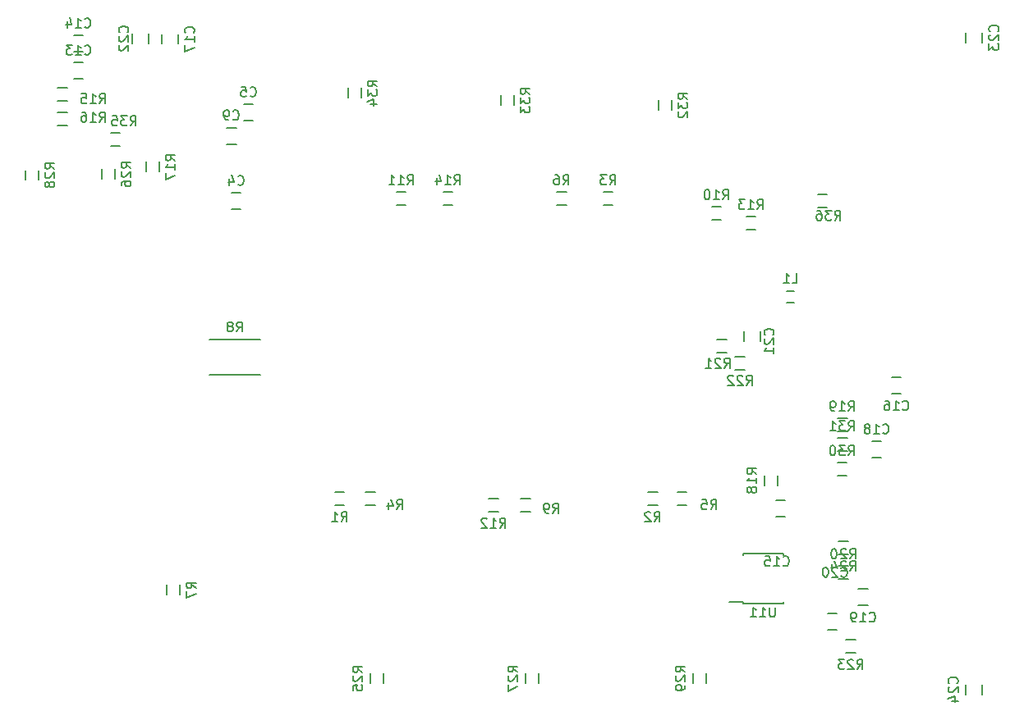
<source format=gbo>
G04 #@! TF.FileFunction,Legend,Bot*
%FSLAX46Y46*%
G04 Gerber Fmt 4.6, Leading zero omitted, Abs format (unit mm)*
G04 Created by KiCad (PCBNEW 4.0.1-stable) date 11/13/2016 6:28:18 PM*
%MOMM*%
G01*
G04 APERTURE LIST*
%ADD10C,0.100000*%
%ADD11C,0.150000*%
G04 APERTURE END LIST*
D10*
D11*
X135759000Y-113832000D02*
X136759000Y-113832000D01*
X136759000Y-112482000D02*
X135759000Y-112482000D01*
X139327000Y-110275000D02*
X140327000Y-110275000D01*
X140327000Y-111975000D02*
X139327000Y-111975000D01*
X131287000Y-94777000D02*
X130587000Y-94777000D01*
X130587000Y-95977000D02*
X131287000Y-95977000D01*
X142359000Y-105371000D02*
X141359000Y-105371000D01*
X141359000Y-103671000D02*
X142359000Y-103671000D01*
X134755000Y-128055000D02*
X135755000Y-128055000D01*
X135755000Y-129755000D02*
X134755000Y-129755000D01*
X137660000Y-130770000D02*
X136660000Y-130770000D01*
X136660000Y-132120000D02*
X137660000Y-132120000D01*
X138930000Y-127215000D02*
X137930000Y-127215000D01*
X137930000Y-125515000D02*
X138930000Y-125515000D01*
X149010000Y-136390000D02*
X149010000Y-135390000D01*
X150710000Y-135390000D02*
X150710000Y-136390000D01*
X84955000Y-115530000D02*
X83955000Y-115530000D01*
X83955000Y-116880000D02*
X84955000Y-116880000D01*
X124337000Y-99782000D02*
X123337000Y-99782000D01*
X123337000Y-101132000D02*
X124337000Y-101132000D01*
X126230000Y-101560000D02*
X125230000Y-101560000D01*
X125230000Y-102910000D02*
X126230000Y-102910000D01*
X126035000Y-127035000D02*
X126035000Y-126890000D01*
X130185000Y-127035000D02*
X130185000Y-126890000D01*
X130185000Y-121885000D02*
X130185000Y-122030000D01*
X126035000Y-121885000D02*
X126035000Y-122030000D01*
X126035000Y-127035000D02*
X130185000Y-127035000D01*
X126035000Y-121885000D02*
X130185000Y-121885000D01*
X126035000Y-126890000D02*
X124635000Y-126890000D01*
X129580000Y-114800000D02*
X129580000Y-113800000D01*
X128230000Y-113800000D02*
X128230000Y-114800000D01*
X126150000Y-99925000D02*
X126150000Y-98925000D01*
X127850000Y-98925000D02*
X127850000Y-99925000D01*
X85304000Y-73783000D02*
X85304000Y-74783000D01*
X86654000Y-74783000D02*
X86654000Y-73783000D01*
X73287000Y-84621000D02*
X74287000Y-84621000D01*
X74287000Y-86321000D02*
X73287000Y-86321000D01*
X74557000Y-75477000D02*
X75557000Y-75477000D01*
X75557000Y-77177000D02*
X74557000Y-77177000D01*
X72795000Y-77890000D02*
X73795000Y-77890000D01*
X73795000Y-79590000D02*
X72795000Y-79590000D01*
X57031000Y-71159000D02*
X58031000Y-71159000D01*
X58031000Y-72859000D02*
X57031000Y-72859000D01*
X57031000Y-68365000D02*
X58031000Y-68365000D01*
X58031000Y-70065000D02*
X57031000Y-70065000D01*
X130421000Y-118071000D02*
X129421000Y-118071000D01*
X129421000Y-116371000D02*
X130421000Y-116371000D01*
X67779000Y-68223000D02*
X67779000Y-69223000D01*
X66079000Y-69223000D02*
X66079000Y-68223000D01*
X64731000Y-68191000D02*
X64731000Y-69191000D01*
X63031000Y-69191000D02*
X63031000Y-68191000D01*
X117225000Y-115530000D02*
X116225000Y-115530000D01*
X116225000Y-116880000D02*
X117225000Y-116880000D01*
X111641000Y-85892000D02*
X112641000Y-85892000D01*
X112641000Y-84542000D02*
X111641000Y-84542000D01*
X88130000Y-115530000D02*
X87130000Y-115530000D01*
X87130000Y-116880000D02*
X88130000Y-116880000D01*
X120261000Y-115530000D02*
X119261000Y-115530000D01*
X119261000Y-116880000D02*
X120261000Y-116880000D01*
X106827000Y-85892000D02*
X107827000Y-85892000D01*
X107827000Y-84542000D02*
X106827000Y-84542000D01*
X66635000Y-125115000D02*
X66635000Y-126115000D01*
X67985000Y-126115000D02*
X67985000Y-125115000D01*
X71060000Y-103425000D02*
X76260000Y-103425000D01*
X76260000Y-99775000D02*
X71060000Y-99775000D01*
X104120000Y-116165000D02*
X103120000Y-116165000D01*
X103120000Y-117515000D02*
X104120000Y-117515000D01*
X122817000Y-87416000D02*
X123817000Y-87416000D01*
X123817000Y-86066000D02*
X122817000Y-86066000D01*
X90293000Y-85892000D02*
X91293000Y-85892000D01*
X91293000Y-84542000D02*
X90293000Y-84542000D01*
X100830000Y-116165000D02*
X99830000Y-116165000D01*
X99830000Y-117515000D02*
X100830000Y-117515000D01*
X126361000Y-88432000D02*
X127361000Y-88432000D01*
X127361000Y-87082000D02*
X126361000Y-87082000D01*
X95131000Y-85892000D02*
X96131000Y-85892000D01*
X96131000Y-84542000D02*
X95131000Y-84542000D01*
X55380000Y-75097000D02*
X56380000Y-75097000D01*
X56380000Y-73747000D02*
X55380000Y-73747000D01*
X55380000Y-77637000D02*
X56380000Y-77637000D01*
X56380000Y-76287000D02*
X55380000Y-76287000D01*
X64476000Y-81427000D02*
X64476000Y-82427000D01*
X65826000Y-82427000D02*
X65826000Y-81427000D01*
X135783000Y-109260000D02*
X136783000Y-109260000D01*
X136783000Y-107910000D02*
X135783000Y-107910000D01*
X135910000Y-124500000D02*
X136910000Y-124500000D01*
X136910000Y-123150000D02*
X135910000Y-123150000D01*
X136910000Y-120610000D02*
X135910000Y-120610000D01*
X135910000Y-121960000D02*
X136910000Y-121960000D01*
X88940000Y-135247000D02*
X88940000Y-134247000D01*
X87590000Y-134247000D02*
X87590000Y-135247000D01*
X59904000Y-82189000D02*
X59904000Y-83189000D01*
X61254000Y-83189000D02*
X61254000Y-82189000D01*
X104942000Y-135235000D02*
X104942000Y-134235000D01*
X103592000Y-134235000D02*
X103592000Y-135235000D01*
X52030000Y-82292000D02*
X52030000Y-83292000D01*
X53380000Y-83292000D02*
X53380000Y-82292000D01*
X122214000Y-135235000D02*
X122214000Y-134235000D01*
X120864000Y-134235000D02*
X120864000Y-135235000D01*
X135783000Y-111304000D02*
X136783000Y-111304000D01*
X136783000Y-109954000D02*
X135783000Y-109954000D01*
X117308000Y-75065000D02*
X117308000Y-76065000D01*
X118658000Y-76065000D02*
X118658000Y-75065000D01*
X101052000Y-74557000D02*
X101052000Y-75557000D01*
X102402000Y-75557000D02*
X102402000Y-74557000D01*
X60841000Y-79796000D02*
X61841000Y-79796000D01*
X61841000Y-78446000D02*
X60841000Y-78446000D01*
X134727000Y-84796000D02*
X133727000Y-84796000D01*
X133727000Y-86146000D02*
X134727000Y-86146000D01*
X150710000Y-68080000D02*
X150710000Y-69080000D01*
X149010000Y-69080000D02*
X149010000Y-68080000D01*
X136901857Y-111709381D02*
X137235191Y-111233190D01*
X137473286Y-111709381D02*
X137473286Y-110709381D01*
X137092333Y-110709381D01*
X136997095Y-110757000D01*
X136949476Y-110804619D01*
X136901857Y-110899857D01*
X136901857Y-111042714D01*
X136949476Y-111137952D01*
X136997095Y-111185571D01*
X137092333Y-111233190D01*
X137473286Y-111233190D01*
X136568524Y-110709381D02*
X135949476Y-110709381D01*
X136282810Y-111090333D01*
X136139952Y-111090333D01*
X136044714Y-111137952D01*
X135997095Y-111185571D01*
X135949476Y-111280810D01*
X135949476Y-111518905D01*
X135997095Y-111614143D01*
X136044714Y-111661762D01*
X136139952Y-111709381D01*
X136425667Y-111709381D01*
X136520905Y-111661762D01*
X136568524Y-111614143D01*
X135330429Y-110709381D02*
X135235190Y-110709381D01*
X135139952Y-110757000D01*
X135092333Y-110804619D01*
X135044714Y-110899857D01*
X134997095Y-111090333D01*
X134997095Y-111328429D01*
X135044714Y-111518905D01*
X135092333Y-111614143D01*
X135139952Y-111661762D01*
X135235190Y-111709381D01*
X135330429Y-111709381D01*
X135425667Y-111661762D01*
X135473286Y-111614143D01*
X135520905Y-111518905D01*
X135568524Y-111328429D01*
X135568524Y-111090333D01*
X135520905Y-110899857D01*
X135473286Y-110804619D01*
X135425667Y-110757000D01*
X135330429Y-110709381D01*
X140469857Y-109382143D02*
X140517476Y-109429762D01*
X140660333Y-109477381D01*
X140755571Y-109477381D01*
X140898429Y-109429762D01*
X140993667Y-109334524D01*
X141041286Y-109239286D01*
X141088905Y-109048810D01*
X141088905Y-108905952D01*
X141041286Y-108715476D01*
X140993667Y-108620238D01*
X140898429Y-108525000D01*
X140755571Y-108477381D01*
X140660333Y-108477381D01*
X140517476Y-108525000D01*
X140469857Y-108572619D01*
X139517476Y-109477381D02*
X140088905Y-109477381D01*
X139803191Y-109477381D02*
X139803191Y-108477381D01*
X139898429Y-108620238D01*
X139993667Y-108715476D01*
X140088905Y-108763095D01*
X138946048Y-108905952D02*
X139041286Y-108858333D01*
X139088905Y-108810714D01*
X139136524Y-108715476D01*
X139136524Y-108667857D01*
X139088905Y-108572619D01*
X139041286Y-108525000D01*
X138946048Y-108477381D01*
X138755571Y-108477381D01*
X138660333Y-108525000D01*
X138612714Y-108572619D01*
X138565095Y-108667857D01*
X138565095Y-108715476D01*
X138612714Y-108810714D01*
X138660333Y-108858333D01*
X138755571Y-108905952D01*
X138946048Y-108905952D01*
X139041286Y-108953571D01*
X139088905Y-109001190D01*
X139136524Y-109096429D01*
X139136524Y-109286905D01*
X139088905Y-109382143D01*
X139041286Y-109429762D01*
X138946048Y-109477381D01*
X138755571Y-109477381D01*
X138660333Y-109429762D01*
X138612714Y-109382143D01*
X138565095Y-109286905D01*
X138565095Y-109096429D01*
X138612714Y-109001190D01*
X138660333Y-108953571D01*
X138755571Y-108905952D01*
X131103666Y-93929381D02*
X131579857Y-93929381D01*
X131579857Y-92929381D01*
X130246523Y-93929381D02*
X130817952Y-93929381D01*
X130532238Y-93929381D02*
X130532238Y-92929381D01*
X130627476Y-93072238D01*
X130722714Y-93167476D01*
X130817952Y-93215095D01*
X142501857Y-106978143D02*
X142549476Y-107025762D01*
X142692333Y-107073381D01*
X142787571Y-107073381D01*
X142930429Y-107025762D01*
X143025667Y-106930524D01*
X143073286Y-106835286D01*
X143120905Y-106644810D01*
X143120905Y-106501952D01*
X143073286Y-106311476D01*
X143025667Y-106216238D01*
X142930429Y-106121000D01*
X142787571Y-106073381D01*
X142692333Y-106073381D01*
X142549476Y-106121000D01*
X142501857Y-106168619D01*
X141549476Y-107073381D02*
X142120905Y-107073381D01*
X141835191Y-107073381D02*
X141835191Y-106073381D01*
X141930429Y-106216238D01*
X142025667Y-106311476D01*
X142120905Y-106359095D01*
X140692333Y-106073381D02*
X140882810Y-106073381D01*
X140978048Y-106121000D01*
X141025667Y-106168619D01*
X141120905Y-106311476D01*
X141168524Y-106501952D01*
X141168524Y-106882905D01*
X141120905Y-106978143D01*
X141073286Y-107025762D01*
X140978048Y-107073381D01*
X140787571Y-107073381D01*
X140692333Y-107025762D01*
X140644714Y-106978143D01*
X140597095Y-106882905D01*
X140597095Y-106644810D01*
X140644714Y-106549571D01*
X140692333Y-106501952D01*
X140787571Y-106454333D01*
X140978048Y-106454333D01*
X141073286Y-106501952D01*
X141120905Y-106549571D01*
X141168524Y-106644810D01*
X136167857Y-124182143D02*
X136215476Y-124229762D01*
X136358333Y-124277381D01*
X136453571Y-124277381D01*
X136596429Y-124229762D01*
X136691667Y-124134524D01*
X136739286Y-124039286D01*
X136786905Y-123848810D01*
X136786905Y-123705952D01*
X136739286Y-123515476D01*
X136691667Y-123420238D01*
X136596429Y-123325000D01*
X136453571Y-123277381D01*
X136358333Y-123277381D01*
X136215476Y-123325000D01*
X136167857Y-123372619D01*
X135786905Y-123372619D02*
X135739286Y-123325000D01*
X135644048Y-123277381D01*
X135405952Y-123277381D01*
X135310714Y-123325000D01*
X135263095Y-123372619D01*
X135215476Y-123467857D01*
X135215476Y-123563095D01*
X135263095Y-123705952D01*
X135834524Y-124277381D01*
X135215476Y-124277381D01*
X134596429Y-123277381D02*
X134501190Y-123277381D01*
X134405952Y-123325000D01*
X134358333Y-123372619D01*
X134310714Y-123467857D01*
X134263095Y-123658333D01*
X134263095Y-123896429D01*
X134310714Y-124086905D01*
X134358333Y-124182143D01*
X134405952Y-124229762D01*
X134501190Y-124277381D01*
X134596429Y-124277381D01*
X134691667Y-124229762D01*
X134739286Y-124182143D01*
X134786905Y-124086905D01*
X134834524Y-123896429D01*
X134834524Y-123658333D01*
X134786905Y-123467857D01*
X134739286Y-123372619D01*
X134691667Y-123325000D01*
X134596429Y-123277381D01*
X137802857Y-133797381D02*
X138136191Y-133321190D01*
X138374286Y-133797381D02*
X138374286Y-132797381D01*
X137993333Y-132797381D01*
X137898095Y-132845000D01*
X137850476Y-132892619D01*
X137802857Y-132987857D01*
X137802857Y-133130714D01*
X137850476Y-133225952D01*
X137898095Y-133273571D01*
X137993333Y-133321190D01*
X138374286Y-133321190D01*
X137421905Y-132892619D02*
X137374286Y-132845000D01*
X137279048Y-132797381D01*
X137040952Y-132797381D01*
X136945714Y-132845000D01*
X136898095Y-132892619D01*
X136850476Y-132987857D01*
X136850476Y-133083095D01*
X136898095Y-133225952D01*
X137469524Y-133797381D01*
X136850476Y-133797381D01*
X136517143Y-132797381D02*
X135898095Y-132797381D01*
X136231429Y-133178333D01*
X136088571Y-133178333D01*
X135993333Y-133225952D01*
X135945714Y-133273571D01*
X135898095Y-133368810D01*
X135898095Y-133606905D01*
X135945714Y-133702143D01*
X135993333Y-133749762D01*
X136088571Y-133797381D01*
X136374286Y-133797381D01*
X136469524Y-133749762D01*
X136517143Y-133702143D01*
X139072857Y-128822143D02*
X139120476Y-128869762D01*
X139263333Y-128917381D01*
X139358571Y-128917381D01*
X139501429Y-128869762D01*
X139596667Y-128774524D01*
X139644286Y-128679286D01*
X139691905Y-128488810D01*
X139691905Y-128345952D01*
X139644286Y-128155476D01*
X139596667Y-128060238D01*
X139501429Y-127965000D01*
X139358571Y-127917381D01*
X139263333Y-127917381D01*
X139120476Y-127965000D01*
X139072857Y-128012619D01*
X138120476Y-128917381D02*
X138691905Y-128917381D01*
X138406191Y-128917381D02*
X138406191Y-127917381D01*
X138501429Y-128060238D01*
X138596667Y-128155476D01*
X138691905Y-128203095D01*
X137644286Y-128917381D02*
X137453810Y-128917381D01*
X137358571Y-128869762D01*
X137310952Y-128822143D01*
X137215714Y-128679286D01*
X137168095Y-128488810D01*
X137168095Y-128107857D01*
X137215714Y-128012619D01*
X137263333Y-127965000D01*
X137358571Y-127917381D01*
X137549048Y-127917381D01*
X137644286Y-127965000D01*
X137691905Y-128012619D01*
X137739524Y-128107857D01*
X137739524Y-128345952D01*
X137691905Y-128441190D01*
X137644286Y-128488810D01*
X137549048Y-128536429D01*
X137358571Y-128536429D01*
X137263333Y-128488810D01*
X137215714Y-128441190D01*
X137168095Y-128345952D01*
X148117143Y-135247143D02*
X148164762Y-135199524D01*
X148212381Y-135056667D01*
X148212381Y-134961429D01*
X148164762Y-134818571D01*
X148069524Y-134723333D01*
X147974286Y-134675714D01*
X147783810Y-134628095D01*
X147640952Y-134628095D01*
X147450476Y-134675714D01*
X147355238Y-134723333D01*
X147260000Y-134818571D01*
X147212381Y-134961429D01*
X147212381Y-135056667D01*
X147260000Y-135199524D01*
X147307619Y-135247143D01*
X147307619Y-135628095D02*
X147260000Y-135675714D01*
X147212381Y-135770952D01*
X147212381Y-136009048D01*
X147260000Y-136104286D01*
X147307619Y-136151905D01*
X147402857Y-136199524D01*
X147498095Y-136199524D01*
X147640952Y-136151905D01*
X148212381Y-135580476D01*
X148212381Y-136199524D01*
X147545714Y-137056667D02*
X148212381Y-137056667D01*
X147164762Y-136818571D02*
X147879048Y-136580476D01*
X147879048Y-137199524D01*
X84621666Y-118557381D02*
X84955000Y-118081190D01*
X85193095Y-118557381D02*
X85193095Y-117557381D01*
X84812142Y-117557381D01*
X84716904Y-117605000D01*
X84669285Y-117652619D01*
X84621666Y-117747857D01*
X84621666Y-117890714D01*
X84669285Y-117985952D01*
X84716904Y-118033571D01*
X84812142Y-118081190D01*
X85193095Y-118081190D01*
X83669285Y-118557381D02*
X84240714Y-118557381D01*
X83955000Y-118557381D02*
X83955000Y-117557381D01*
X84050238Y-117700238D01*
X84145476Y-117795476D01*
X84240714Y-117843095D01*
X124110857Y-102687381D02*
X124444191Y-102211190D01*
X124682286Y-102687381D02*
X124682286Y-101687381D01*
X124301333Y-101687381D01*
X124206095Y-101735000D01*
X124158476Y-101782619D01*
X124110857Y-101877857D01*
X124110857Y-102020714D01*
X124158476Y-102115952D01*
X124206095Y-102163571D01*
X124301333Y-102211190D01*
X124682286Y-102211190D01*
X123729905Y-101782619D02*
X123682286Y-101735000D01*
X123587048Y-101687381D01*
X123348952Y-101687381D01*
X123253714Y-101735000D01*
X123206095Y-101782619D01*
X123158476Y-101877857D01*
X123158476Y-101973095D01*
X123206095Y-102115952D01*
X123777524Y-102687381D01*
X123158476Y-102687381D01*
X122206095Y-102687381D02*
X122777524Y-102687381D01*
X122491810Y-102687381D02*
X122491810Y-101687381D01*
X122587048Y-101830238D01*
X122682286Y-101925476D01*
X122777524Y-101973095D01*
X126384857Y-104465381D02*
X126718191Y-103989190D01*
X126956286Y-104465381D02*
X126956286Y-103465381D01*
X126575333Y-103465381D01*
X126480095Y-103513000D01*
X126432476Y-103560619D01*
X126384857Y-103655857D01*
X126384857Y-103798714D01*
X126432476Y-103893952D01*
X126480095Y-103941571D01*
X126575333Y-103989190D01*
X126956286Y-103989190D01*
X126003905Y-103560619D02*
X125956286Y-103513000D01*
X125861048Y-103465381D01*
X125622952Y-103465381D01*
X125527714Y-103513000D01*
X125480095Y-103560619D01*
X125432476Y-103655857D01*
X125432476Y-103751095D01*
X125480095Y-103893952D01*
X126051524Y-104465381D01*
X125432476Y-104465381D01*
X125051524Y-103560619D02*
X125003905Y-103513000D01*
X124908667Y-103465381D01*
X124670571Y-103465381D01*
X124575333Y-103513000D01*
X124527714Y-103560619D01*
X124480095Y-103655857D01*
X124480095Y-103751095D01*
X124527714Y-103893952D01*
X125099143Y-104465381D01*
X124480095Y-104465381D01*
X129348095Y-127412381D02*
X129348095Y-128221905D01*
X129300476Y-128317143D01*
X129252857Y-128364762D01*
X129157619Y-128412381D01*
X128967142Y-128412381D01*
X128871904Y-128364762D01*
X128824285Y-128317143D01*
X128776666Y-128221905D01*
X128776666Y-127412381D01*
X127776666Y-128412381D02*
X128348095Y-128412381D01*
X128062381Y-128412381D02*
X128062381Y-127412381D01*
X128157619Y-127555238D01*
X128252857Y-127650476D01*
X128348095Y-127698095D01*
X126824285Y-128412381D02*
X127395714Y-128412381D01*
X127110000Y-128412381D02*
X127110000Y-127412381D01*
X127205238Y-127555238D01*
X127300476Y-127650476D01*
X127395714Y-127698095D01*
X127457381Y-113657143D02*
X126981190Y-113323809D01*
X127457381Y-113085714D02*
X126457381Y-113085714D01*
X126457381Y-113466667D01*
X126505000Y-113561905D01*
X126552619Y-113609524D01*
X126647857Y-113657143D01*
X126790714Y-113657143D01*
X126885952Y-113609524D01*
X126933571Y-113561905D01*
X126981190Y-113466667D01*
X126981190Y-113085714D01*
X127457381Y-114609524D02*
X127457381Y-114038095D01*
X127457381Y-114323809D02*
X126457381Y-114323809D01*
X126600238Y-114228571D01*
X126695476Y-114133333D01*
X126743095Y-114038095D01*
X126885952Y-115180952D02*
X126838333Y-115085714D01*
X126790714Y-115038095D01*
X126695476Y-114990476D01*
X126647857Y-114990476D01*
X126552619Y-115038095D01*
X126505000Y-115085714D01*
X126457381Y-115180952D01*
X126457381Y-115371429D01*
X126505000Y-115466667D01*
X126552619Y-115514286D01*
X126647857Y-115561905D01*
X126695476Y-115561905D01*
X126790714Y-115514286D01*
X126838333Y-115466667D01*
X126885952Y-115371429D01*
X126885952Y-115180952D01*
X126933571Y-115085714D01*
X126981190Y-115038095D01*
X127076429Y-114990476D01*
X127266905Y-114990476D01*
X127362143Y-115038095D01*
X127409762Y-115085714D01*
X127457381Y-115180952D01*
X127457381Y-115371429D01*
X127409762Y-115466667D01*
X127362143Y-115514286D01*
X127266905Y-115561905D01*
X127076429Y-115561905D01*
X126981190Y-115514286D01*
X126933571Y-115466667D01*
X126885952Y-115371429D01*
X129135143Y-99290143D02*
X129182762Y-99242524D01*
X129230381Y-99099667D01*
X129230381Y-99004429D01*
X129182762Y-98861571D01*
X129087524Y-98766333D01*
X128992286Y-98718714D01*
X128801810Y-98671095D01*
X128658952Y-98671095D01*
X128468476Y-98718714D01*
X128373238Y-98766333D01*
X128278000Y-98861571D01*
X128230381Y-99004429D01*
X128230381Y-99099667D01*
X128278000Y-99242524D01*
X128325619Y-99290143D01*
X128325619Y-99671095D02*
X128278000Y-99718714D01*
X128230381Y-99813952D01*
X128230381Y-100052048D01*
X128278000Y-100147286D01*
X128325619Y-100194905D01*
X128420857Y-100242524D01*
X128516095Y-100242524D01*
X128658952Y-100194905D01*
X129230381Y-99623476D01*
X129230381Y-100242524D01*
X129230381Y-101194905D02*
X129230381Y-100623476D01*
X129230381Y-100909190D02*
X128230381Y-100909190D01*
X128373238Y-100813952D01*
X128468476Y-100718714D01*
X128516095Y-100623476D01*
X88331381Y-73640143D02*
X87855190Y-73306809D01*
X88331381Y-73068714D02*
X87331381Y-73068714D01*
X87331381Y-73449667D01*
X87379000Y-73544905D01*
X87426619Y-73592524D01*
X87521857Y-73640143D01*
X87664714Y-73640143D01*
X87759952Y-73592524D01*
X87807571Y-73544905D01*
X87855190Y-73449667D01*
X87855190Y-73068714D01*
X87331381Y-73973476D02*
X87331381Y-74592524D01*
X87712333Y-74259190D01*
X87712333Y-74402048D01*
X87759952Y-74497286D01*
X87807571Y-74544905D01*
X87902810Y-74592524D01*
X88140905Y-74592524D01*
X88236143Y-74544905D01*
X88283762Y-74497286D01*
X88331381Y-74402048D01*
X88331381Y-74116333D01*
X88283762Y-74021095D01*
X88236143Y-73973476D01*
X87664714Y-75449667D02*
X88331381Y-75449667D01*
X87283762Y-75211571D02*
X87998048Y-74973476D01*
X87998048Y-75592524D01*
X73953666Y-83728143D02*
X74001285Y-83775762D01*
X74144142Y-83823381D01*
X74239380Y-83823381D01*
X74382238Y-83775762D01*
X74477476Y-83680524D01*
X74525095Y-83585286D01*
X74572714Y-83394810D01*
X74572714Y-83251952D01*
X74525095Y-83061476D01*
X74477476Y-82966238D01*
X74382238Y-82871000D01*
X74239380Y-82823381D01*
X74144142Y-82823381D01*
X74001285Y-82871000D01*
X73953666Y-82918619D01*
X73096523Y-83156714D02*
X73096523Y-83823381D01*
X73334619Y-82775762D02*
X73572714Y-83490048D01*
X72953666Y-83490048D01*
X75223666Y-74584143D02*
X75271285Y-74631762D01*
X75414142Y-74679381D01*
X75509380Y-74679381D01*
X75652238Y-74631762D01*
X75747476Y-74536524D01*
X75795095Y-74441286D01*
X75842714Y-74250810D01*
X75842714Y-74107952D01*
X75795095Y-73917476D01*
X75747476Y-73822238D01*
X75652238Y-73727000D01*
X75509380Y-73679381D01*
X75414142Y-73679381D01*
X75271285Y-73727000D01*
X75223666Y-73774619D01*
X74318904Y-73679381D02*
X74795095Y-73679381D01*
X74842714Y-74155571D01*
X74795095Y-74107952D01*
X74699857Y-74060333D01*
X74461761Y-74060333D01*
X74366523Y-74107952D01*
X74318904Y-74155571D01*
X74271285Y-74250810D01*
X74271285Y-74488905D01*
X74318904Y-74584143D01*
X74366523Y-74631762D01*
X74461761Y-74679381D01*
X74699857Y-74679381D01*
X74795095Y-74631762D01*
X74842714Y-74584143D01*
X73461666Y-76997143D02*
X73509285Y-77044762D01*
X73652142Y-77092381D01*
X73747380Y-77092381D01*
X73890238Y-77044762D01*
X73985476Y-76949524D01*
X74033095Y-76854286D01*
X74080714Y-76663810D01*
X74080714Y-76520952D01*
X74033095Y-76330476D01*
X73985476Y-76235238D01*
X73890238Y-76140000D01*
X73747380Y-76092381D01*
X73652142Y-76092381D01*
X73509285Y-76140000D01*
X73461666Y-76187619D01*
X72985476Y-77092381D02*
X72795000Y-77092381D01*
X72699761Y-77044762D01*
X72652142Y-76997143D01*
X72556904Y-76854286D01*
X72509285Y-76663810D01*
X72509285Y-76282857D01*
X72556904Y-76187619D01*
X72604523Y-76140000D01*
X72699761Y-76092381D01*
X72890238Y-76092381D01*
X72985476Y-76140000D01*
X73033095Y-76187619D01*
X73080714Y-76282857D01*
X73080714Y-76520952D01*
X73033095Y-76616190D01*
X72985476Y-76663810D01*
X72890238Y-76711429D01*
X72699761Y-76711429D01*
X72604523Y-76663810D01*
X72556904Y-76616190D01*
X72509285Y-76520952D01*
X58173857Y-70266143D02*
X58221476Y-70313762D01*
X58364333Y-70361381D01*
X58459571Y-70361381D01*
X58602429Y-70313762D01*
X58697667Y-70218524D01*
X58745286Y-70123286D01*
X58792905Y-69932810D01*
X58792905Y-69789952D01*
X58745286Y-69599476D01*
X58697667Y-69504238D01*
X58602429Y-69409000D01*
X58459571Y-69361381D01*
X58364333Y-69361381D01*
X58221476Y-69409000D01*
X58173857Y-69456619D01*
X57221476Y-70361381D02*
X57792905Y-70361381D01*
X57507191Y-70361381D02*
X57507191Y-69361381D01*
X57602429Y-69504238D01*
X57697667Y-69599476D01*
X57792905Y-69647095D01*
X56888143Y-69361381D02*
X56269095Y-69361381D01*
X56602429Y-69742333D01*
X56459571Y-69742333D01*
X56364333Y-69789952D01*
X56316714Y-69837571D01*
X56269095Y-69932810D01*
X56269095Y-70170905D01*
X56316714Y-70266143D01*
X56364333Y-70313762D01*
X56459571Y-70361381D01*
X56745286Y-70361381D01*
X56840524Y-70313762D01*
X56888143Y-70266143D01*
X58173857Y-67472143D02*
X58221476Y-67519762D01*
X58364333Y-67567381D01*
X58459571Y-67567381D01*
X58602429Y-67519762D01*
X58697667Y-67424524D01*
X58745286Y-67329286D01*
X58792905Y-67138810D01*
X58792905Y-66995952D01*
X58745286Y-66805476D01*
X58697667Y-66710238D01*
X58602429Y-66615000D01*
X58459571Y-66567381D01*
X58364333Y-66567381D01*
X58221476Y-66615000D01*
X58173857Y-66662619D01*
X57221476Y-67567381D02*
X57792905Y-67567381D01*
X57507191Y-67567381D02*
X57507191Y-66567381D01*
X57602429Y-66710238D01*
X57697667Y-66805476D01*
X57792905Y-66853095D01*
X56364333Y-66900714D02*
X56364333Y-67567381D01*
X56602429Y-66519762D02*
X56840524Y-67234048D01*
X56221476Y-67234048D01*
X130182857Y-123039143D02*
X130230476Y-123086762D01*
X130373333Y-123134381D01*
X130468571Y-123134381D01*
X130611429Y-123086762D01*
X130706667Y-122991524D01*
X130754286Y-122896286D01*
X130801905Y-122705810D01*
X130801905Y-122562952D01*
X130754286Y-122372476D01*
X130706667Y-122277238D01*
X130611429Y-122182000D01*
X130468571Y-122134381D01*
X130373333Y-122134381D01*
X130230476Y-122182000D01*
X130182857Y-122229619D01*
X129230476Y-123134381D02*
X129801905Y-123134381D01*
X129516191Y-123134381D02*
X129516191Y-122134381D01*
X129611429Y-122277238D01*
X129706667Y-122372476D01*
X129801905Y-122420095D01*
X128325714Y-122134381D02*
X128801905Y-122134381D01*
X128849524Y-122610571D01*
X128801905Y-122562952D01*
X128706667Y-122515333D01*
X128468571Y-122515333D01*
X128373333Y-122562952D01*
X128325714Y-122610571D01*
X128278095Y-122705810D01*
X128278095Y-122943905D01*
X128325714Y-123039143D01*
X128373333Y-123086762D01*
X128468571Y-123134381D01*
X128706667Y-123134381D01*
X128801905Y-123086762D01*
X128849524Y-123039143D01*
X69386143Y-68080143D02*
X69433762Y-68032524D01*
X69481381Y-67889667D01*
X69481381Y-67794429D01*
X69433762Y-67651571D01*
X69338524Y-67556333D01*
X69243286Y-67508714D01*
X69052810Y-67461095D01*
X68909952Y-67461095D01*
X68719476Y-67508714D01*
X68624238Y-67556333D01*
X68529000Y-67651571D01*
X68481381Y-67794429D01*
X68481381Y-67889667D01*
X68529000Y-68032524D01*
X68576619Y-68080143D01*
X69481381Y-69032524D02*
X69481381Y-68461095D01*
X69481381Y-68746809D02*
X68481381Y-68746809D01*
X68624238Y-68651571D01*
X68719476Y-68556333D01*
X68767095Y-68461095D01*
X68481381Y-69365857D02*
X68481381Y-70032524D01*
X69481381Y-69603952D01*
X62587143Y-68048143D02*
X62634762Y-68000524D01*
X62682381Y-67857667D01*
X62682381Y-67762429D01*
X62634762Y-67619571D01*
X62539524Y-67524333D01*
X62444286Y-67476714D01*
X62253810Y-67429095D01*
X62110952Y-67429095D01*
X61920476Y-67476714D01*
X61825238Y-67524333D01*
X61730000Y-67619571D01*
X61682381Y-67762429D01*
X61682381Y-67857667D01*
X61730000Y-68000524D01*
X61777619Y-68048143D01*
X61777619Y-68429095D02*
X61730000Y-68476714D01*
X61682381Y-68571952D01*
X61682381Y-68810048D01*
X61730000Y-68905286D01*
X61777619Y-68952905D01*
X61872857Y-69000524D01*
X61968095Y-69000524D01*
X62110952Y-68952905D01*
X62682381Y-68381476D01*
X62682381Y-69000524D01*
X61777619Y-69381476D02*
X61730000Y-69429095D01*
X61682381Y-69524333D01*
X61682381Y-69762429D01*
X61730000Y-69857667D01*
X61777619Y-69905286D01*
X61872857Y-69952905D01*
X61968095Y-69952905D01*
X62110952Y-69905286D01*
X62682381Y-69333857D01*
X62682381Y-69952905D01*
X116891666Y-118557381D02*
X117225000Y-118081190D01*
X117463095Y-118557381D02*
X117463095Y-117557381D01*
X117082142Y-117557381D01*
X116986904Y-117605000D01*
X116939285Y-117652619D01*
X116891666Y-117747857D01*
X116891666Y-117890714D01*
X116939285Y-117985952D01*
X116986904Y-118033571D01*
X117082142Y-118081190D01*
X117463095Y-118081190D01*
X116510714Y-117652619D02*
X116463095Y-117605000D01*
X116367857Y-117557381D01*
X116129761Y-117557381D01*
X116034523Y-117605000D01*
X115986904Y-117652619D01*
X115939285Y-117747857D01*
X115939285Y-117843095D01*
X115986904Y-117985952D01*
X116558333Y-118557381D01*
X115939285Y-118557381D01*
X112307666Y-83769381D02*
X112641000Y-83293190D01*
X112879095Y-83769381D02*
X112879095Y-82769381D01*
X112498142Y-82769381D01*
X112402904Y-82817000D01*
X112355285Y-82864619D01*
X112307666Y-82959857D01*
X112307666Y-83102714D01*
X112355285Y-83197952D01*
X112402904Y-83245571D01*
X112498142Y-83293190D01*
X112879095Y-83293190D01*
X111974333Y-82769381D02*
X111355285Y-82769381D01*
X111688619Y-83150333D01*
X111545761Y-83150333D01*
X111450523Y-83197952D01*
X111402904Y-83245571D01*
X111355285Y-83340810D01*
X111355285Y-83578905D01*
X111402904Y-83674143D01*
X111450523Y-83721762D01*
X111545761Y-83769381D01*
X111831476Y-83769381D01*
X111926714Y-83721762D01*
X111974333Y-83674143D01*
X90336666Y-117292381D02*
X90670000Y-116816190D01*
X90908095Y-117292381D02*
X90908095Y-116292381D01*
X90527142Y-116292381D01*
X90431904Y-116340000D01*
X90384285Y-116387619D01*
X90336666Y-116482857D01*
X90336666Y-116625714D01*
X90384285Y-116720952D01*
X90431904Y-116768571D01*
X90527142Y-116816190D01*
X90908095Y-116816190D01*
X89479523Y-116625714D02*
X89479523Y-117292381D01*
X89717619Y-116244762D02*
X89955714Y-116959048D01*
X89336666Y-116959048D01*
X122721666Y-117292381D02*
X123055000Y-116816190D01*
X123293095Y-117292381D02*
X123293095Y-116292381D01*
X122912142Y-116292381D01*
X122816904Y-116340000D01*
X122769285Y-116387619D01*
X122721666Y-116482857D01*
X122721666Y-116625714D01*
X122769285Y-116720952D01*
X122816904Y-116768571D01*
X122912142Y-116816190D01*
X123293095Y-116816190D01*
X121816904Y-116292381D02*
X122293095Y-116292381D01*
X122340714Y-116768571D01*
X122293095Y-116720952D01*
X122197857Y-116673333D01*
X121959761Y-116673333D01*
X121864523Y-116720952D01*
X121816904Y-116768571D01*
X121769285Y-116863810D01*
X121769285Y-117101905D01*
X121816904Y-117197143D01*
X121864523Y-117244762D01*
X121959761Y-117292381D01*
X122197857Y-117292381D01*
X122293095Y-117244762D01*
X122340714Y-117197143D01*
X107493666Y-83769381D02*
X107827000Y-83293190D01*
X108065095Y-83769381D02*
X108065095Y-82769381D01*
X107684142Y-82769381D01*
X107588904Y-82817000D01*
X107541285Y-82864619D01*
X107493666Y-82959857D01*
X107493666Y-83102714D01*
X107541285Y-83197952D01*
X107588904Y-83245571D01*
X107684142Y-83293190D01*
X108065095Y-83293190D01*
X106636523Y-82769381D02*
X106827000Y-82769381D01*
X106922238Y-82817000D01*
X106969857Y-82864619D01*
X107065095Y-83007476D01*
X107112714Y-83197952D01*
X107112714Y-83578905D01*
X107065095Y-83674143D01*
X107017476Y-83721762D01*
X106922238Y-83769381D01*
X106731761Y-83769381D01*
X106636523Y-83721762D01*
X106588904Y-83674143D01*
X106541285Y-83578905D01*
X106541285Y-83340810D01*
X106588904Y-83245571D01*
X106636523Y-83197952D01*
X106731761Y-83150333D01*
X106922238Y-83150333D01*
X107017476Y-83197952D01*
X107065095Y-83245571D01*
X107112714Y-83340810D01*
X69662381Y-125448334D02*
X69186190Y-125115000D01*
X69662381Y-124876905D02*
X68662381Y-124876905D01*
X68662381Y-125257858D01*
X68710000Y-125353096D01*
X68757619Y-125400715D01*
X68852857Y-125448334D01*
X68995714Y-125448334D01*
X69090952Y-125400715D01*
X69138571Y-125353096D01*
X69186190Y-125257858D01*
X69186190Y-124876905D01*
X68662381Y-125781667D02*
X68662381Y-126448334D01*
X69662381Y-126019762D01*
X73826666Y-98952381D02*
X74160000Y-98476190D01*
X74398095Y-98952381D02*
X74398095Y-97952381D01*
X74017142Y-97952381D01*
X73921904Y-98000000D01*
X73874285Y-98047619D01*
X73826666Y-98142857D01*
X73826666Y-98285714D01*
X73874285Y-98380952D01*
X73921904Y-98428571D01*
X74017142Y-98476190D01*
X74398095Y-98476190D01*
X73255238Y-98380952D02*
X73350476Y-98333333D01*
X73398095Y-98285714D01*
X73445714Y-98190476D01*
X73445714Y-98142857D01*
X73398095Y-98047619D01*
X73350476Y-98000000D01*
X73255238Y-97952381D01*
X73064761Y-97952381D01*
X72969523Y-98000000D01*
X72921904Y-98047619D01*
X72874285Y-98142857D01*
X72874285Y-98190476D01*
X72921904Y-98285714D01*
X72969523Y-98333333D01*
X73064761Y-98380952D01*
X73255238Y-98380952D01*
X73350476Y-98428571D01*
X73398095Y-98476190D01*
X73445714Y-98571429D01*
X73445714Y-98761905D01*
X73398095Y-98857143D01*
X73350476Y-98904762D01*
X73255238Y-98952381D01*
X73064761Y-98952381D01*
X72969523Y-98904762D01*
X72921904Y-98857143D01*
X72874285Y-98761905D01*
X72874285Y-98571429D01*
X72921904Y-98476190D01*
X72969523Y-98428571D01*
X73064761Y-98380952D01*
X106453666Y-117673381D02*
X106787000Y-117197190D01*
X107025095Y-117673381D02*
X107025095Y-116673381D01*
X106644142Y-116673381D01*
X106548904Y-116721000D01*
X106501285Y-116768619D01*
X106453666Y-116863857D01*
X106453666Y-117006714D01*
X106501285Y-117101952D01*
X106548904Y-117149571D01*
X106644142Y-117197190D01*
X107025095Y-117197190D01*
X105977476Y-117673381D02*
X105787000Y-117673381D01*
X105691761Y-117625762D01*
X105644142Y-117578143D01*
X105548904Y-117435286D01*
X105501285Y-117244810D01*
X105501285Y-116863857D01*
X105548904Y-116768619D01*
X105596523Y-116721000D01*
X105691761Y-116673381D01*
X105882238Y-116673381D01*
X105977476Y-116721000D01*
X106025095Y-116768619D01*
X106072714Y-116863857D01*
X106072714Y-117101952D01*
X106025095Y-117197190D01*
X105977476Y-117244810D01*
X105882238Y-117292429D01*
X105691761Y-117292429D01*
X105596523Y-117244810D01*
X105548904Y-117197190D01*
X105501285Y-117101952D01*
X123959857Y-85293381D02*
X124293191Y-84817190D01*
X124531286Y-85293381D02*
X124531286Y-84293381D01*
X124150333Y-84293381D01*
X124055095Y-84341000D01*
X124007476Y-84388619D01*
X123959857Y-84483857D01*
X123959857Y-84626714D01*
X124007476Y-84721952D01*
X124055095Y-84769571D01*
X124150333Y-84817190D01*
X124531286Y-84817190D01*
X123007476Y-85293381D02*
X123578905Y-85293381D01*
X123293191Y-85293381D02*
X123293191Y-84293381D01*
X123388429Y-84436238D01*
X123483667Y-84531476D01*
X123578905Y-84579095D01*
X122388429Y-84293381D02*
X122293190Y-84293381D01*
X122197952Y-84341000D01*
X122150333Y-84388619D01*
X122102714Y-84483857D01*
X122055095Y-84674333D01*
X122055095Y-84912429D01*
X122102714Y-85102905D01*
X122150333Y-85198143D01*
X122197952Y-85245762D01*
X122293190Y-85293381D01*
X122388429Y-85293381D01*
X122483667Y-85245762D01*
X122531286Y-85198143D01*
X122578905Y-85102905D01*
X122626524Y-84912429D01*
X122626524Y-84674333D01*
X122578905Y-84483857D01*
X122531286Y-84388619D01*
X122483667Y-84341000D01*
X122388429Y-84293381D01*
X91435857Y-83769381D02*
X91769191Y-83293190D01*
X92007286Y-83769381D02*
X92007286Y-82769381D01*
X91626333Y-82769381D01*
X91531095Y-82817000D01*
X91483476Y-82864619D01*
X91435857Y-82959857D01*
X91435857Y-83102714D01*
X91483476Y-83197952D01*
X91531095Y-83245571D01*
X91626333Y-83293190D01*
X92007286Y-83293190D01*
X90483476Y-83769381D02*
X91054905Y-83769381D01*
X90769191Y-83769381D02*
X90769191Y-82769381D01*
X90864429Y-82912238D01*
X90959667Y-83007476D01*
X91054905Y-83055095D01*
X89531095Y-83769381D02*
X90102524Y-83769381D01*
X89816810Y-83769381D02*
X89816810Y-82769381D01*
X89912048Y-82912238D01*
X90007286Y-83007476D01*
X90102524Y-83055095D01*
X100972857Y-119192381D02*
X101306191Y-118716190D01*
X101544286Y-119192381D02*
X101544286Y-118192381D01*
X101163333Y-118192381D01*
X101068095Y-118240000D01*
X101020476Y-118287619D01*
X100972857Y-118382857D01*
X100972857Y-118525714D01*
X101020476Y-118620952D01*
X101068095Y-118668571D01*
X101163333Y-118716190D01*
X101544286Y-118716190D01*
X100020476Y-119192381D02*
X100591905Y-119192381D01*
X100306191Y-119192381D02*
X100306191Y-118192381D01*
X100401429Y-118335238D01*
X100496667Y-118430476D01*
X100591905Y-118478095D01*
X99639524Y-118287619D02*
X99591905Y-118240000D01*
X99496667Y-118192381D01*
X99258571Y-118192381D01*
X99163333Y-118240000D01*
X99115714Y-118287619D01*
X99068095Y-118382857D01*
X99068095Y-118478095D01*
X99115714Y-118620952D01*
X99687143Y-119192381D01*
X99068095Y-119192381D01*
X127503857Y-86309381D02*
X127837191Y-85833190D01*
X128075286Y-86309381D02*
X128075286Y-85309381D01*
X127694333Y-85309381D01*
X127599095Y-85357000D01*
X127551476Y-85404619D01*
X127503857Y-85499857D01*
X127503857Y-85642714D01*
X127551476Y-85737952D01*
X127599095Y-85785571D01*
X127694333Y-85833190D01*
X128075286Y-85833190D01*
X126551476Y-86309381D02*
X127122905Y-86309381D01*
X126837191Y-86309381D02*
X126837191Y-85309381D01*
X126932429Y-85452238D01*
X127027667Y-85547476D01*
X127122905Y-85595095D01*
X126218143Y-85309381D02*
X125599095Y-85309381D01*
X125932429Y-85690333D01*
X125789571Y-85690333D01*
X125694333Y-85737952D01*
X125646714Y-85785571D01*
X125599095Y-85880810D01*
X125599095Y-86118905D01*
X125646714Y-86214143D01*
X125694333Y-86261762D01*
X125789571Y-86309381D01*
X126075286Y-86309381D01*
X126170524Y-86261762D01*
X126218143Y-86214143D01*
X96273857Y-83769381D02*
X96607191Y-83293190D01*
X96845286Y-83769381D02*
X96845286Y-82769381D01*
X96464333Y-82769381D01*
X96369095Y-82817000D01*
X96321476Y-82864619D01*
X96273857Y-82959857D01*
X96273857Y-83102714D01*
X96321476Y-83197952D01*
X96369095Y-83245571D01*
X96464333Y-83293190D01*
X96845286Y-83293190D01*
X95321476Y-83769381D02*
X95892905Y-83769381D01*
X95607191Y-83769381D02*
X95607191Y-82769381D01*
X95702429Y-82912238D01*
X95797667Y-83007476D01*
X95892905Y-83055095D01*
X94464333Y-83102714D02*
X94464333Y-83769381D01*
X94702429Y-82721762D02*
X94940524Y-83436048D01*
X94321476Y-83436048D01*
X59697857Y-75382381D02*
X60031191Y-74906190D01*
X60269286Y-75382381D02*
X60269286Y-74382381D01*
X59888333Y-74382381D01*
X59793095Y-74430000D01*
X59745476Y-74477619D01*
X59697857Y-74572857D01*
X59697857Y-74715714D01*
X59745476Y-74810952D01*
X59793095Y-74858571D01*
X59888333Y-74906190D01*
X60269286Y-74906190D01*
X58745476Y-75382381D02*
X59316905Y-75382381D01*
X59031191Y-75382381D02*
X59031191Y-74382381D01*
X59126429Y-74525238D01*
X59221667Y-74620476D01*
X59316905Y-74668095D01*
X57840714Y-74382381D02*
X58316905Y-74382381D01*
X58364524Y-74858571D01*
X58316905Y-74810952D01*
X58221667Y-74763333D01*
X57983571Y-74763333D01*
X57888333Y-74810952D01*
X57840714Y-74858571D01*
X57793095Y-74953810D01*
X57793095Y-75191905D01*
X57840714Y-75287143D01*
X57888333Y-75334762D01*
X57983571Y-75382381D01*
X58221667Y-75382381D01*
X58316905Y-75334762D01*
X58364524Y-75287143D01*
X59697857Y-77287381D02*
X60031191Y-76811190D01*
X60269286Y-77287381D02*
X60269286Y-76287381D01*
X59888333Y-76287381D01*
X59793095Y-76335000D01*
X59745476Y-76382619D01*
X59697857Y-76477857D01*
X59697857Y-76620714D01*
X59745476Y-76715952D01*
X59793095Y-76763571D01*
X59888333Y-76811190D01*
X60269286Y-76811190D01*
X58745476Y-77287381D02*
X59316905Y-77287381D01*
X59031191Y-77287381D02*
X59031191Y-76287381D01*
X59126429Y-76430238D01*
X59221667Y-76525476D01*
X59316905Y-76573095D01*
X57888333Y-76287381D02*
X58078810Y-76287381D01*
X58174048Y-76335000D01*
X58221667Y-76382619D01*
X58316905Y-76525476D01*
X58364524Y-76715952D01*
X58364524Y-77096905D01*
X58316905Y-77192143D01*
X58269286Y-77239762D01*
X58174048Y-77287381D01*
X57983571Y-77287381D01*
X57888333Y-77239762D01*
X57840714Y-77192143D01*
X57793095Y-77096905D01*
X57793095Y-76858810D01*
X57840714Y-76763571D01*
X57888333Y-76715952D01*
X57983571Y-76668333D01*
X58174048Y-76668333D01*
X58269286Y-76715952D01*
X58316905Y-76763571D01*
X58364524Y-76858810D01*
X67503381Y-81284143D02*
X67027190Y-80950809D01*
X67503381Y-80712714D02*
X66503381Y-80712714D01*
X66503381Y-81093667D01*
X66551000Y-81188905D01*
X66598619Y-81236524D01*
X66693857Y-81284143D01*
X66836714Y-81284143D01*
X66931952Y-81236524D01*
X66979571Y-81188905D01*
X67027190Y-81093667D01*
X67027190Y-80712714D01*
X67503381Y-82236524D02*
X67503381Y-81665095D01*
X67503381Y-81950809D02*
X66503381Y-81950809D01*
X66646238Y-81855571D01*
X66741476Y-81760333D01*
X66789095Y-81665095D01*
X66503381Y-82569857D02*
X66503381Y-83236524D01*
X67503381Y-82807952D01*
X136925857Y-107137381D02*
X137259191Y-106661190D01*
X137497286Y-107137381D02*
X137497286Y-106137381D01*
X137116333Y-106137381D01*
X137021095Y-106185000D01*
X136973476Y-106232619D01*
X136925857Y-106327857D01*
X136925857Y-106470714D01*
X136973476Y-106565952D01*
X137021095Y-106613571D01*
X137116333Y-106661190D01*
X137497286Y-106661190D01*
X135973476Y-107137381D02*
X136544905Y-107137381D01*
X136259191Y-107137381D02*
X136259191Y-106137381D01*
X136354429Y-106280238D01*
X136449667Y-106375476D01*
X136544905Y-106423095D01*
X135497286Y-107137381D02*
X135306810Y-107137381D01*
X135211571Y-107089762D01*
X135163952Y-107042143D01*
X135068714Y-106899286D01*
X135021095Y-106708810D01*
X135021095Y-106327857D01*
X135068714Y-106232619D01*
X135116333Y-106185000D01*
X135211571Y-106137381D01*
X135402048Y-106137381D01*
X135497286Y-106185000D01*
X135544905Y-106232619D01*
X135592524Y-106327857D01*
X135592524Y-106565952D01*
X135544905Y-106661190D01*
X135497286Y-106708810D01*
X135402048Y-106756429D01*
X135211571Y-106756429D01*
X135116333Y-106708810D01*
X135068714Y-106661190D01*
X135021095Y-106565952D01*
X137052857Y-122377381D02*
X137386191Y-121901190D01*
X137624286Y-122377381D02*
X137624286Y-121377381D01*
X137243333Y-121377381D01*
X137148095Y-121425000D01*
X137100476Y-121472619D01*
X137052857Y-121567857D01*
X137052857Y-121710714D01*
X137100476Y-121805952D01*
X137148095Y-121853571D01*
X137243333Y-121901190D01*
X137624286Y-121901190D01*
X136671905Y-121472619D02*
X136624286Y-121425000D01*
X136529048Y-121377381D01*
X136290952Y-121377381D01*
X136195714Y-121425000D01*
X136148095Y-121472619D01*
X136100476Y-121567857D01*
X136100476Y-121663095D01*
X136148095Y-121805952D01*
X136719524Y-122377381D01*
X136100476Y-122377381D01*
X135481429Y-121377381D02*
X135386190Y-121377381D01*
X135290952Y-121425000D01*
X135243333Y-121472619D01*
X135195714Y-121567857D01*
X135148095Y-121758333D01*
X135148095Y-121996429D01*
X135195714Y-122186905D01*
X135243333Y-122282143D01*
X135290952Y-122329762D01*
X135386190Y-122377381D01*
X135481429Y-122377381D01*
X135576667Y-122329762D01*
X135624286Y-122282143D01*
X135671905Y-122186905D01*
X135719524Y-121996429D01*
X135719524Y-121758333D01*
X135671905Y-121567857D01*
X135624286Y-121472619D01*
X135576667Y-121425000D01*
X135481429Y-121377381D01*
X137052857Y-123637381D02*
X137386191Y-123161190D01*
X137624286Y-123637381D02*
X137624286Y-122637381D01*
X137243333Y-122637381D01*
X137148095Y-122685000D01*
X137100476Y-122732619D01*
X137052857Y-122827857D01*
X137052857Y-122970714D01*
X137100476Y-123065952D01*
X137148095Y-123113571D01*
X137243333Y-123161190D01*
X137624286Y-123161190D01*
X136671905Y-122732619D02*
X136624286Y-122685000D01*
X136529048Y-122637381D01*
X136290952Y-122637381D01*
X136195714Y-122685000D01*
X136148095Y-122732619D01*
X136100476Y-122827857D01*
X136100476Y-122923095D01*
X136148095Y-123065952D01*
X136719524Y-123637381D01*
X136100476Y-123637381D01*
X135243333Y-122970714D02*
X135243333Y-123637381D01*
X135481429Y-122589762D02*
X135719524Y-123304048D01*
X135100476Y-123304048D01*
X86817381Y-134104143D02*
X86341190Y-133770809D01*
X86817381Y-133532714D02*
X85817381Y-133532714D01*
X85817381Y-133913667D01*
X85865000Y-134008905D01*
X85912619Y-134056524D01*
X86007857Y-134104143D01*
X86150714Y-134104143D01*
X86245952Y-134056524D01*
X86293571Y-134008905D01*
X86341190Y-133913667D01*
X86341190Y-133532714D01*
X85912619Y-134485095D02*
X85865000Y-134532714D01*
X85817381Y-134627952D01*
X85817381Y-134866048D01*
X85865000Y-134961286D01*
X85912619Y-135008905D01*
X86007857Y-135056524D01*
X86103095Y-135056524D01*
X86245952Y-135008905D01*
X86817381Y-134437476D01*
X86817381Y-135056524D01*
X85817381Y-135961286D02*
X85817381Y-135485095D01*
X86293571Y-135437476D01*
X86245952Y-135485095D01*
X86198333Y-135580333D01*
X86198333Y-135818429D01*
X86245952Y-135913667D01*
X86293571Y-135961286D01*
X86388810Y-136008905D01*
X86626905Y-136008905D01*
X86722143Y-135961286D01*
X86769762Y-135913667D01*
X86817381Y-135818429D01*
X86817381Y-135580333D01*
X86769762Y-135485095D01*
X86722143Y-135437476D01*
X62931381Y-82046143D02*
X62455190Y-81712809D01*
X62931381Y-81474714D02*
X61931381Y-81474714D01*
X61931381Y-81855667D01*
X61979000Y-81950905D01*
X62026619Y-81998524D01*
X62121857Y-82046143D01*
X62264714Y-82046143D01*
X62359952Y-81998524D01*
X62407571Y-81950905D01*
X62455190Y-81855667D01*
X62455190Y-81474714D01*
X62026619Y-82427095D02*
X61979000Y-82474714D01*
X61931381Y-82569952D01*
X61931381Y-82808048D01*
X61979000Y-82903286D01*
X62026619Y-82950905D01*
X62121857Y-82998524D01*
X62217095Y-82998524D01*
X62359952Y-82950905D01*
X62931381Y-82379476D01*
X62931381Y-82998524D01*
X61931381Y-83855667D02*
X61931381Y-83665190D01*
X61979000Y-83569952D01*
X62026619Y-83522333D01*
X62169476Y-83427095D01*
X62359952Y-83379476D01*
X62740905Y-83379476D01*
X62836143Y-83427095D01*
X62883762Y-83474714D01*
X62931381Y-83569952D01*
X62931381Y-83760429D01*
X62883762Y-83855667D01*
X62836143Y-83903286D01*
X62740905Y-83950905D01*
X62502810Y-83950905D01*
X62407571Y-83903286D01*
X62359952Y-83855667D01*
X62312333Y-83760429D01*
X62312333Y-83569952D01*
X62359952Y-83474714D01*
X62407571Y-83427095D01*
X62502810Y-83379476D01*
X102819381Y-134092143D02*
X102343190Y-133758809D01*
X102819381Y-133520714D02*
X101819381Y-133520714D01*
X101819381Y-133901667D01*
X101867000Y-133996905D01*
X101914619Y-134044524D01*
X102009857Y-134092143D01*
X102152714Y-134092143D01*
X102247952Y-134044524D01*
X102295571Y-133996905D01*
X102343190Y-133901667D01*
X102343190Y-133520714D01*
X101914619Y-134473095D02*
X101867000Y-134520714D01*
X101819381Y-134615952D01*
X101819381Y-134854048D01*
X101867000Y-134949286D01*
X101914619Y-134996905D01*
X102009857Y-135044524D01*
X102105095Y-135044524D01*
X102247952Y-134996905D01*
X102819381Y-134425476D01*
X102819381Y-135044524D01*
X101819381Y-135377857D02*
X101819381Y-136044524D01*
X102819381Y-135615952D01*
X55057381Y-82149143D02*
X54581190Y-81815809D01*
X55057381Y-81577714D02*
X54057381Y-81577714D01*
X54057381Y-81958667D01*
X54105000Y-82053905D01*
X54152619Y-82101524D01*
X54247857Y-82149143D01*
X54390714Y-82149143D01*
X54485952Y-82101524D01*
X54533571Y-82053905D01*
X54581190Y-81958667D01*
X54581190Y-81577714D01*
X54152619Y-82530095D02*
X54105000Y-82577714D01*
X54057381Y-82672952D01*
X54057381Y-82911048D01*
X54105000Y-83006286D01*
X54152619Y-83053905D01*
X54247857Y-83101524D01*
X54343095Y-83101524D01*
X54485952Y-83053905D01*
X55057381Y-82482476D01*
X55057381Y-83101524D01*
X54485952Y-83672952D02*
X54438333Y-83577714D01*
X54390714Y-83530095D01*
X54295476Y-83482476D01*
X54247857Y-83482476D01*
X54152619Y-83530095D01*
X54105000Y-83577714D01*
X54057381Y-83672952D01*
X54057381Y-83863429D01*
X54105000Y-83958667D01*
X54152619Y-84006286D01*
X54247857Y-84053905D01*
X54295476Y-84053905D01*
X54390714Y-84006286D01*
X54438333Y-83958667D01*
X54485952Y-83863429D01*
X54485952Y-83672952D01*
X54533571Y-83577714D01*
X54581190Y-83530095D01*
X54676429Y-83482476D01*
X54866905Y-83482476D01*
X54962143Y-83530095D01*
X55009762Y-83577714D01*
X55057381Y-83672952D01*
X55057381Y-83863429D01*
X55009762Y-83958667D01*
X54962143Y-84006286D01*
X54866905Y-84053905D01*
X54676429Y-84053905D01*
X54581190Y-84006286D01*
X54533571Y-83958667D01*
X54485952Y-83863429D01*
X120091381Y-134092143D02*
X119615190Y-133758809D01*
X120091381Y-133520714D02*
X119091381Y-133520714D01*
X119091381Y-133901667D01*
X119139000Y-133996905D01*
X119186619Y-134044524D01*
X119281857Y-134092143D01*
X119424714Y-134092143D01*
X119519952Y-134044524D01*
X119567571Y-133996905D01*
X119615190Y-133901667D01*
X119615190Y-133520714D01*
X119186619Y-134473095D02*
X119139000Y-134520714D01*
X119091381Y-134615952D01*
X119091381Y-134854048D01*
X119139000Y-134949286D01*
X119186619Y-134996905D01*
X119281857Y-135044524D01*
X119377095Y-135044524D01*
X119519952Y-134996905D01*
X120091381Y-134425476D01*
X120091381Y-135044524D01*
X120091381Y-135520714D02*
X120091381Y-135711190D01*
X120043762Y-135806429D01*
X119996143Y-135854048D01*
X119853286Y-135949286D01*
X119662810Y-135996905D01*
X119281857Y-135996905D01*
X119186619Y-135949286D01*
X119139000Y-135901667D01*
X119091381Y-135806429D01*
X119091381Y-135615952D01*
X119139000Y-135520714D01*
X119186619Y-135473095D01*
X119281857Y-135425476D01*
X119519952Y-135425476D01*
X119615190Y-135473095D01*
X119662810Y-135520714D01*
X119710429Y-135615952D01*
X119710429Y-135806429D01*
X119662810Y-135901667D01*
X119615190Y-135949286D01*
X119519952Y-135996905D01*
X136925857Y-109181381D02*
X137259191Y-108705190D01*
X137497286Y-109181381D02*
X137497286Y-108181381D01*
X137116333Y-108181381D01*
X137021095Y-108229000D01*
X136973476Y-108276619D01*
X136925857Y-108371857D01*
X136925857Y-108514714D01*
X136973476Y-108609952D01*
X137021095Y-108657571D01*
X137116333Y-108705190D01*
X137497286Y-108705190D01*
X136592524Y-108181381D02*
X135973476Y-108181381D01*
X136306810Y-108562333D01*
X136163952Y-108562333D01*
X136068714Y-108609952D01*
X136021095Y-108657571D01*
X135973476Y-108752810D01*
X135973476Y-108990905D01*
X136021095Y-109086143D01*
X136068714Y-109133762D01*
X136163952Y-109181381D01*
X136449667Y-109181381D01*
X136544905Y-109133762D01*
X136592524Y-109086143D01*
X135021095Y-109181381D02*
X135592524Y-109181381D01*
X135306810Y-109181381D02*
X135306810Y-108181381D01*
X135402048Y-108324238D01*
X135497286Y-108419476D01*
X135592524Y-108467095D01*
X120335381Y-74922143D02*
X119859190Y-74588809D01*
X120335381Y-74350714D02*
X119335381Y-74350714D01*
X119335381Y-74731667D01*
X119383000Y-74826905D01*
X119430619Y-74874524D01*
X119525857Y-74922143D01*
X119668714Y-74922143D01*
X119763952Y-74874524D01*
X119811571Y-74826905D01*
X119859190Y-74731667D01*
X119859190Y-74350714D01*
X119335381Y-75255476D02*
X119335381Y-75874524D01*
X119716333Y-75541190D01*
X119716333Y-75684048D01*
X119763952Y-75779286D01*
X119811571Y-75826905D01*
X119906810Y-75874524D01*
X120144905Y-75874524D01*
X120240143Y-75826905D01*
X120287762Y-75779286D01*
X120335381Y-75684048D01*
X120335381Y-75398333D01*
X120287762Y-75303095D01*
X120240143Y-75255476D01*
X119430619Y-76255476D02*
X119383000Y-76303095D01*
X119335381Y-76398333D01*
X119335381Y-76636429D01*
X119383000Y-76731667D01*
X119430619Y-76779286D01*
X119525857Y-76826905D01*
X119621095Y-76826905D01*
X119763952Y-76779286D01*
X120335381Y-76207857D01*
X120335381Y-76826905D01*
X104079381Y-74414143D02*
X103603190Y-74080809D01*
X104079381Y-73842714D02*
X103079381Y-73842714D01*
X103079381Y-74223667D01*
X103127000Y-74318905D01*
X103174619Y-74366524D01*
X103269857Y-74414143D01*
X103412714Y-74414143D01*
X103507952Y-74366524D01*
X103555571Y-74318905D01*
X103603190Y-74223667D01*
X103603190Y-73842714D01*
X103079381Y-74747476D02*
X103079381Y-75366524D01*
X103460333Y-75033190D01*
X103460333Y-75176048D01*
X103507952Y-75271286D01*
X103555571Y-75318905D01*
X103650810Y-75366524D01*
X103888905Y-75366524D01*
X103984143Y-75318905D01*
X104031762Y-75271286D01*
X104079381Y-75176048D01*
X104079381Y-74890333D01*
X104031762Y-74795095D01*
X103984143Y-74747476D01*
X103079381Y-75699857D02*
X103079381Y-76318905D01*
X103460333Y-75985571D01*
X103460333Y-76128429D01*
X103507952Y-76223667D01*
X103555571Y-76271286D01*
X103650810Y-76318905D01*
X103888905Y-76318905D01*
X103984143Y-76271286D01*
X104031762Y-76223667D01*
X104079381Y-76128429D01*
X104079381Y-75842714D01*
X104031762Y-75747476D01*
X103984143Y-75699857D01*
X62872857Y-77673381D02*
X63206191Y-77197190D01*
X63444286Y-77673381D02*
X63444286Y-76673381D01*
X63063333Y-76673381D01*
X62968095Y-76721000D01*
X62920476Y-76768619D01*
X62872857Y-76863857D01*
X62872857Y-77006714D01*
X62920476Y-77101952D01*
X62968095Y-77149571D01*
X63063333Y-77197190D01*
X63444286Y-77197190D01*
X62539524Y-76673381D02*
X61920476Y-76673381D01*
X62253810Y-77054333D01*
X62110952Y-77054333D01*
X62015714Y-77101952D01*
X61968095Y-77149571D01*
X61920476Y-77244810D01*
X61920476Y-77482905D01*
X61968095Y-77578143D01*
X62015714Y-77625762D01*
X62110952Y-77673381D01*
X62396667Y-77673381D01*
X62491905Y-77625762D01*
X62539524Y-77578143D01*
X61015714Y-76673381D02*
X61491905Y-76673381D01*
X61539524Y-77149571D01*
X61491905Y-77101952D01*
X61396667Y-77054333D01*
X61158571Y-77054333D01*
X61063333Y-77101952D01*
X61015714Y-77149571D01*
X60968095Y-77244810D01*
X60968095Y-77482905D01*
X61015714Y-77578143D01*
X61063333Y-77625762D01*
X61158571Y-77673381D01*
X61396667Y-77673381D01*
X61491905Y-77625762D01*
X61539524Y-77578143D01*
X135504857Y-87447381D02*
X135838191Y-86971190D01*
X136076286Y-87447381D02*
X136076286Y-86447381D01*
X135695333Y-86447381D01*
X135600095Y-86495000D01*
X135552476Y-86542619D01*
X135504857Y-86637857D01*
X135504857Y-86780714D01*
X135552476Y-86875952D01*
X135600095Y-86923571D01*
X135695333Y-86971190D01*
X136076286Y-86971190D01*
X135171524Y-86447381D02*
X134552476Y-86447381D01*
X134885810Y-86828333D01*
X134742952Y-86828333D01*
X134647714Y-86875952D01*
X134600095Y-86923571D01*
X134552476Y-87018810D01*
X134552476Y-87256905D01*
X134600095Y-87352143D01*
X134647714Y-87399762D01*
X134742952Y-87447381D01*
X135028667Y-87447381D01*
X135123905Y-87399762D01*
X135171524Y-87352143D01*
X133695333Y-86447381D02*
X133885810Y-86447381D01*
X133981048Y-86495000D01*
X134028667Y-86542619D01*
X134123905Y-86685476D01*
X134171524Y-86875952D01*
X134171524Y-87256905D01*
X134123905Y-87352143D01*
X134076286Y-87399762D01*
X133981048Y-87447381D01*
X133790571Y-87447381D01*
X133695333Y-87399762D01*
X133647714Y-87352143D01*
X133600095Y-87256905D01*
X133600095Y-87018810D01*
X133647714Y-86923571D01*
X133695333Y-86875952D01*
X133790571Y-86828333D01*
X133981048Y-86828333D01*
X134076286Y-86875952D01*
X134123905Y-86923571D01*
X134171524Y-87018810D01*
X152317143Y-67937143D02*
X152364762Y-67889524D01*
X152412381Y-67746667D01*
X152412381Y-67651429D01*
X152364762Y-67508571D01*
X152269524Y-67413333D01*
X152174286Y-67365714D01*
X151983810Y-67318095D01*
X151840952Y-67318095D01*
X151650476Y-67365714D01*
X151555238Y-67413333D01*
X151460000Y-67508571D01*
X151412381Y-67651429D01*
X151412381Y-67746667D01*
X151460000Y-67889524D01*
X151507619Y-67937143D01*
X151507619Y-68318095D02*
X151460000Y-68365714D01*
X151412381Y-68460952D01*
X151412381Y-68699048D01*
X151460000Y-68794286D01*
X151507619Y-68841905D01*
X151602857Y-68889524D01*
X151698095Y-68889524D01*
X151840952Y-68841905D01*
X152412381Y-68270476D01*
X152412381Y-68889524D01*
X151412381Y-69222857D02*
X151412381Y-69841905D01*
X151793333Y-69508571D01*
X151793333Y-69651429D01*
X151840952Y-69746667D01*
X151888571Y-69794286D01*
X151983810Y-69841905D01*
X152221905Y-69841905D01*
X152317143Y-69794286D01*
X152364762Y-69746667D01*
X152412381Y-69651429D01*
X152412381Y-69365714D01*
X152364762Y-69270476D01*
X152317143Y-69222857D01*
M02*

</source>
